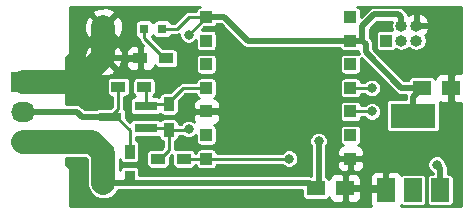
<source format=gtl>
G04 #@! TF.GenerationSoftware,KiCad,Pcbnew,no-vcs-found-885a4c1~58~ubuntu16.04.1*
G04 #@! TF.CreationDate,2017-07-09T23:46:33+02:00*
G04 #@! TF.ProjectId,esp03_ledbar,65737030335F6C65646261722E6B6963,rev?*
G04 #@! TF.SameCoordinates,Original
G04 #@! TF.FileFunction,Copper,L1,Top,Signal*
G04 #@! TF.FilePolarity,Positive*
%FSLAX46Y46*%
G04 Gerber Fmt 4.6, Leading zero omitted, Abs format (unit mm)*
G04 Created by KiCad (PCBNEW no-vcs-found-885a4c1~58~ubuntu16.04.1) date Sun Jul  9 23:46:33 2017*
%MOMM*%
%LPD*%
G01*
G04 APERTURE LIST*
%ADD10R,2.032000X1.727200*%
%ADD11O,2.032000X1.727200*%
%ADD12R,1.500000X1.250000*%
%ADD13R,1.900000X0.800000*%
%ADD14R,1.200000X0.900000*%
%ADD15R,0.900000X1.200000*%
%ADD16C,2.000000*%
%ADD17O,1.000000X1.000000*%
%ADD18R,1.000000X1.000000*%
%ADD19R,0.797560X0.797560*%
%ADD20R,1.500000X2.000000*%
%ADD21R,3.800000X2.000000*%
%ADD22C,0.800000*%
%ADD23C,0.500000*%
%ADD24C,2.000000*%
%ADD25C,0.250000*%
%ADD26C,0.254000*%
G04 APERTURE END LIST*
D10*
X122500000Y-121500000D03*
D11*
X122500000Y-124040000D03*
X122500000Y-126580000D03*
D12*
X156250000Y-122000000D03*
X158750000Y-122000000D03*
X147250000Y-130500000D03*
X149750000Y-130500000D03*
D13*
X132857500Y-125410000D03*
X132857500Y-123510000D03*
X129857500Y-124460000D03*
D14*
X134600000Y-119500000D03*
X132400000Y-119500000D03*
X133900000Y-128000000D03*
X136100000Y-128000000D03*
D15*
X134810000Y-125560000D03*
X134810000Y-123360000D03*
D14*
X132735000Y-121920000D03*
X130535000Y-121920000D03*
D15*
X131500000Y-129600000D03*
X131500000Y-127400000D03*
D16*
X129286000Y-119380000D03*
X129286000Y-116840000D03*
X129286000Y-130048000D03*
X129286000Y-127508000D03*
D17*
X155770000Y-116730000D03*
X155770000Y-118000000D03*
X154500000Y-116730000D03*
X154500000Y-118000000D03*
D18*
X153230000Y-118000000D03*
D19*
X132750700Y-117000000D03*
X134249300Y-117000000D03*
D18*
X138000000Y-128000000D03*
X138000000Y-126000000D03*
X138000000Y-124000000D03*
X138000000Y-122000000D03*
X138000000Y-120000000D03*
X138000000Y-118000000D03*
X138000000Y-116000000D03*
X150200000Y-128000000D03*
X150200000Y-126000000D03*
X150200000Y-124000000D03*
X150200000Y-122000000D03*
X150200000Y-120000000D03*
X150200000Y-118000000D03*
X150200000Y-116000000D03*
D20*
X153200000Y-130650000D03*
X157800000Y-130650000D03*
X155500000Y-130650000D03*
D21*
X155500000Y-124350000D03*
D22*
X159000000Y-120500000D03*
X148500000Y-128000000D03*
X139500000Y-124000000D03*
X147500000Y-126500000D03*
X157500000Y-128500000D03*
X136500000Y-117500000D03*
X136500000Y-125500000D03*
X145000000Y-128000000D03*
X152000000Y-124000000D03*
X152000000Y-122000000D03*
D23*
X158750000Y-122000000D02*
X158750000Y-120750000D01*
X158750000Y-120750000D02*
X159000000Y-120500000D01*
X150200000Y-128000000D02*
X148500000Y-128000000D01*
X138000000Y-124000000D02*
X139500000Y-124000000D01*
X132400000Y-119500000D02*
X129406000Y-119500000D01*
X129406000Y-119500000D02*
X129286000Y-119380000D01*
X150200000Y-128000000D02*
X152400000Y-128000000D01*
X152400000Y-128000000D02*
X153200000Y-128800000D01*
X149750000Y-130500000D02*
X153050000Y-130500000D01*
X153050000Y-130500000D02*
X153200000Y-130650000D01*
X154000000Y-128000000D02*
X153200000Y-128800000D01*
X153200000Y-128800000D02*
X153200000Y-130650000D01*
X155600000Y-128000000D02*
X154000000Y-128000000D01*
X158750000Y-125750000D02*
X157850000Y-125750000D01*
X157850000Y-125750000D02*
X155600000Y-128000000D01*
X158750000Y-122000000D02*
X158750000Y-125750000D01*
D24*
X122500000Y-121500000D02*
X127166000Y-121500000D01*
X127166000Y-121500000D02*
X129286000Y-119380000D01*
X129286000Y-119380000D02*
X129286000Y-116840000D01*
D23*
X147500000Y-126500000D02*
X147500000Y-130250000D01*
X147500000Y-130250000D02*
X147250000Y-130500000D01*
X157800000Y-130650000D02*
X157800000Y-128800000D01*
X157800000Y-128800000D02*
X157500000Y-128500000D01*
X129286000Y-130048000D02*
X131052000Y-130048000D01*
X131052000Y-130048000D02*
X131500000Y-129600000D01*
X129286000Y-130048000D02*
X146798000Y-130048000D01*
X146798000Y-130048000D02*
X147250000Y-130500000D01*
D24*
X122500000Y-126580000D02*
X128358000Y-126580000D01*
X128358000Y-126580000D02*
X129286000Y-127508000D01*
X129286000Y-127508000D02*
X129286000Y-130048000D01*
D25*
X136500000Y-117500000D02*
X138000000Y-116000000D01*
X134810000Y-125560000D02*
X136440000Y-125560000D01*
X136440000Y-125560000D02*
X136500000Y-125500000D01*
X136500000Y-116000000D02*
X135500000Y-117000000D01*
X135500000Y-117000000D02*
X134249300Y-117000000D01*
X138000000Y-116000000D02*
X136500000Y-116000000D01*
D23*
X141500000Y-118000000D02*
X139500000Y-116000000D01*
X139500000Y-116000000D02*
X138000000Y-116000000D01*
X150200000Y-118000000D02*
X141500000Y-118000000D01*
D25*
X133900000Y-128000000D02*
X134050000Y-128000000D01*
X134050000Y-128000000D02*
X134810000Y-127240000D01*
X134810000Y-127240000D02*
X134810000Y-126410000D01*
X134810000Y-126410000D02*
X134810000Y-125560000D01*
D23*
X151200000Y-116800000D02*
X152220001Y-115779999D01*
X154257105Y-115779999D02*
X154500000Y-116022894D01*
X152220001Y-115779999D02*
X154257105Y-115779999D01*
X154500000Y-116022894D02*
X154500000Y-116730000D01*
X151200000Y-118000000D02*
X151200000Y-116800000D01*
X151500000Y-119000000D02*
X151500000Y-118300000D01*
X151500000Y-118300000D02*
X151200000Y-118000000D01*
X151200000Y-118000000D02*
X150200000Y-118000000D01*
X154500000Y-122000000D02*
X151500000Y-119000000D01*
X156250000Y-122000000D02*
X154500000Y-122000000D01*
X155500000Y-124350000D02*
X155500000Y-122750000D01*
X155500000Y-122750000D02*
X156250000Y-122000000D01*
D25*
X132858640Y-125410000D02*
X134660000Y-125410000D01*
X134660000Y-125410000D02*
X134810000Y-125560000D01*
X138750000Y-128000000D02*
X145000000Y-128000000D01*
X138000000Y-128000000D02*
X138750000Y-128000000D01*
X138000000Y-128000000D02*
X136100000Y-128000000D01*
X150200000Y-124000000D02*
X152000000Y-124000000D01*
X150200000Y-122000000D02*
X152000000Y-122000000D01*
D23*
X127040000Y-124040000D02*
X127460000Y-124460000D01*
X127460000Y-124460000D02*
X129856360Y-124460000D01*
X122500000Y-124040000D02*
X127040000Y-124040000D01*
D25*
X131500000Y-127400000D02*
X131500000Y-125603260D01*
X131500000Y-125603260D02*
X130356740Y-124460000D01*
X130356740Y-124460000D02*
X129856360Y-124460000D01*
X130535000Y-121920000D02*
X130535000Y-123781360D01*
X130535000Y-123781360D02*
X129856360Y-124460000D01*
X132858640Y-123510000D02*
X132858640Y-122043640D01*
X132858640Y-122043640D02*
X132735000Y-121920000D01*
X134810000Y-123360000D02*
X133008640Y-123360000D01*
X133008640Y-123360000D02*
X132858640Y-123510000D01*
X138000000Y-122000000D02*
X136020000Y-122000000D01*
X136020000Y-122000000D02*
X134810000Y-123210000D01*
X134810000Y-123210000D02*
X134810000Y-123360000D01*
X132750700Y-117000000D02*
X132750700Y-117800700D01*
X132750700Y-117800700D02*
X134450000Y-119500000D01*
X134450000Y-119500000D02*
X134600000Y-119500000D01*
D26*
G36*
X137351341Y-115141106D02*
X137225314Y-115225314D01*
X137141106Y-115351341D01*
X137112729Y-115494000D01*
X136500000Y-115494000D01*
X136306362Y-115532517D01*
X136240223Y-115576710D01*
X136142204Y-115642204D01*
X135290408Y-116494000D01*
X135015217Y-116494000D01*
X135006974Y-116452561D01*
X134922766Y-116326534D01*
X134796739Y-116242326D01*
X134648080Y-116212756D01*
X133850520Y-116212756D01*
X133701861Y-116242326D01*
X133575834Y-116326534D01*
X133500000Y-116440028D01*
X133424166Y-116326534D01*
X133298139Y-116242326D01*
X133149480Y-116212756D01*
X132351920Y-116212756D01*
X132203261Y-116242326D01*
X132077234Y-116326534D01*
X131993026Y-116452561D01*
X131963456Y-116601220D01*
X131963456Y-117398780D01*
X131993026Y-117547439D01*
X132077234Y-117673466D01*
X132203261Y-117757674D01*
X132244700Y-117765917D01*
X132244700Y-117800700D01*
X132283217Y-117994338D01*
X132392904Y-118158496D01*
X132667579Y-118433171D01*
X132527000Y-118573750D01*
X132527000Y-119373000D01*
X132547000Y-119373000D01*
X132547000Y-119627000D01*
X132527000Y-119627000D01*
X132527000Y-120426250D01*
X132685750Y-120585000D01*
X133126309Y-120585000D01*
X133359698Y-120488327D01*
X133538327Y-120309699D01*
X133635000Y-120076310D01*
X133635000Y-120067962D01*
X133641106Y-120098659D01*
X133725314Y-120224686D01*
X133851341Y-120308894D01*
X134000000Y-120338464D01*
X135200000Y-120338464D01*
X135348659Y-120308894D01*
X135474686Y-120224686D01*
X135558894Y-120098659D01*
X135588464Y-119950000D01*
X135588464Y-119500000D01*
X137111536Y-119500000D01*
X137111536Y-120500000D01*
X137141106Y-120648659D01*
X137225314Y-120774686D01*
X137351341Y-120858894D01*
X137500000Y-120888464D01*
X138500000Y-120888464D01*
X138648659Y-120858894D01*
X138774686Y-120774686D01*
X138858894Y-120648659D01*
X138888464Y-120500000D01*
X138888464Y-119500000D01*
X138858894Y-119351341D01*
X138774686Y-119225314D01*
X138648659Y-119141106D01*
X138500000Y-119111536D01*
X137500000Y-119111536D01*
X137351341Y-119141106D01*
X137225314Y-119225314D01*
X137141106Y-119351341D01*
X137111536Y-119500000D01*
X135588464Y-119500000D01*
X135588464Y-119050000D01*
X135558894Y-118901341D01*
X135474686Y-118775314D01*
X135348659Y-118691106D01*
X135200000Y-118661536D01*
X134327128Y-118661536D01*
X133373147Y-117707555D01*
X133424166Y-117673466D01*
X133500000Y-117559972D01*
X133575834Y-117673466D01*
X133701861Y-117757674D01*
X133850520Y-117787244D01*
X134648080Y-117787244D01*
X134796739Y-117757674D01*
X134922766Y-117673466D01*
X135006974Y-117547439D01*
X135015217Y-117506000D01*
X135500000Y-117506000D01*
X135693638Y-117467483D01*
X135719043Y-117450508D01*
X135718864Y-117654669D01*
X135837514Y-117941823D01*
X136057021Y-118161714D01*
X136343968Y-118280864D01*
X136654669Y-118281136D01*
X136941823Y-118162486D01*
X137111536Y-117993069D01*
X137111536Y-118500000D01*
X137141106Y-118648659D01*
X137225314Y-118774686D01*
X137351341Y-118858894D01*
X137500000Y-118888464D01*
X138500000Y-118888464D01*
X138648659Y-118858894D01*
X138774686Y-118774686D01*
X138858894Y-118648659D01*
X138888464Y-118500000D01*
X138888464Y-117500000D01*
X138858894Y-117351341D01*
X138774686Y-117225314D01*
X138648659Y-117141106D01*
X138500000Y-117111536D01*
X137604056Y-117111536D01*
X137827128Y-116888464D01*
X138500000Y-116888464D01*
X138648659Y-116858894D01*
X138774686Y-116774686D01*
X138858894Y-116648659D01*
X138862407Y-116631000D01*
X139238632Y-116631000D01*
X141053816Y-118446184D01*
X141258526Y-118582968D01*
X141298589Y-118590937D01*
X141500000Y-118631000D01*
X149337593Y-118631000D01*
X149341106Y-118648659D01*
X149425314Y-118774686D01*
X149551341Y-118858894D01*
X149700000Y-118888464D01*
X150700000Y-118888464D01*
X150848659Y-118858894D01*
X150869000Y-118845303D01*
X150869000Y-119000000D01*
X150903711Y-119174504D01*
X150904488Y-119178410D01*
X150848659Y-119141106D01*
X150700000Y-119111536D01*
X149700000Y-119111536D01*
X149551341Y-119141106D01*
X149425314Y-119225314D01*
X149341106Y-119351341D01*
X149311536Y-119500000D01*
X149311536Y-120500000D01*
X149341106Y-120648659D01*
X149425314Y-120774686D01*
X149551341Y-120858894D01*
X149700000Y-120888464D01*
X150700000Y-120888464D01*
X150848659Y-120858894D01*
X150974686Y-120774686D01*
X151058894Y-120648659D01*
X151088464Y-120500000D01*
X151088464Y-119500000D01*
X151083705Y-119476073D01*
X154053816Y-122446185D01*
X154208648Y-122549640D01*
X154258527Y-122582968D01*
X154500000Y-122631000D01*
X154892671Y-122631000D01*
X154869000Y-122750000D01*
X154869000Y-122961536D01*
X153600000Y-122961536D01*
X153451341Y-122991106D01*
X153325314Y-123075314D01*
X153241106Y-123201341D01*
X153211536Y-123350000D01*
X153211536Y-125350000D01*
X153241106Y-125498659D01*
X153325314Y-125624686D01*
X153451341Y-125708894D01*
X153600000Y-125738464D01*
X157400000Y-125738464D01*
X157548659Y-125708894D01*
X157674686Y-125624686D01*
X157758894Y-125498659D01*
X157788464Y-125350000D01*
X157788464Y-123350000D01*
X157761302Y-123213447D01*
X157873691Y-123260000D01*
X158464250Y-123260000D01*
X158623000Y-123101250D01*
X158623000Y-122127000D01*
X158603000Y-122127000D01*
X158603000Y-121873000D01*
X158623000Y-121873000D01*
X158623000Y-120898750D01*
X158464250Y-120740000D01*
X157873691Y-120740000D01*
X157640302Y-120836673D01*
X157461673Y-121015301D01*
X157365000Y-121248690D01*
X157365000Y-121257038D01*
X157358894Y-121226341D01*
X157274686Y-121100314D01*
X157148659Y-121016106D01*
X157000000Y-120986536D01*
X155500000Y-120986536D01*
X155351341Y-121016106D01*
X155225314Y-121100314D01*
X155141106Y-121226341D01*
X155112729Y-121369000D01*
X154761369Y-121369000D01*
X152131000Y-118738632D01*
X152131000Y-118300000D01*
X152082968Y-118058527D01*
X151946184Y-117853816D01*
X151831000Y-117738632D01*
X151831000Y-117061368D01*
X152481370Y-116410999D01*
X153679020Y-116410999D01*
X153619000Y-116712740D01*
X153619000Y-116747260D01*
X153686062Y-117084404D01*
X153704191Y-117111536D01*
X152730000Y-117111536D01*
X152581341Y-117141106D01*
X152455314Y-117225314D01*
X152371106Y-117351341D01*
X152341536Y-117500000D01*
X152341536Y-118500000D01*
X152371106Y-118648659D01*
X152455314Y-118774686D01*
X152581341Y-118858894D01*
X152730000Y-118888464D01*
X153730000Y-118888464D01*
X153878659Y-118858894D01*
X154004686Y-118774686D01*
X154027401Y-118740690D01*
X154162856Y-118831198D01*
X154500000Y-118898260D01*
X154837144Y-118831198D01*
X155122961Y-118640221D01*
X155135000Y-118622203D01*
X155147039Y-118640221D01*
X155432856Y-118831198D01*
X155770000Y-118898260D01*
X156107144Y-118831198D01*
X156392961Y-118640221D01*
X156583938Y-118354404D01*
X156651000Y-118017260D01*
X156651000Y-117982740D01*
X156583938Y-117645596D01*
X156521377Y-117551967D01*
X156665323Y-117427604D01*
X156864132Y-117031877D01*
X156739135Y-116857000D01*
X155897000Y-116857000D01*
X155897000Y-116877000D01*
X155643000Y-116877000D01*
X155643000Y-116857000D01*
X155623000Y-116857000D01*
X155623000Y-116603000D01*
X155643000Y-116603000D01*
X155643000Y-115762046D01*
X155897000Y-115762046D01*
X155897000Y-116603000D01*
X156739135Y-116603000D01*
X156864132Y-116428123D01*
X156665323Y-116032396D01*
X156330209Y-115742873D01*
X156071874Y-115635881D01*
X155897000Y-115762046D01*
X155643000Y-115762046D01*
X155468126Y-115635881D01*
X155209791Y-115742873D01*
X155095023Y-115842027D01*
X155082968Y-115781421D01*
X155082968Y-115781420D01*
X154946184Y-115576709D01*
X154703289Y-115333815D01*
X154498578Y-115197031D01*
X154257105Y-115148999D01*
X152220001Y-115148999D01*
X152024900Y-115187807D01*
X151978527Y-115197031D01*
X151773816Y-115333815D01*
X151088464Y-116019168D01*
X151088464Y-115500000D01*
X151058894Y-115351341D01*
X150974686Y-115225314D01*
X150848659Y-115141106D01*
X150777743Y-115127000D01*
X159544000Y-115127000D01*
X159544000Y-120740000D01*
X159035750Y-120740000D01*
X158877000Y-120898750D01*
X158877000Y-121873000D01*
X158897000Y-121873000D01*
X158897000Y-122127000D01*
X158877000Y-122127000D01*
X158877000Y-123101250D01*
X159035750Y-123260000D01*
X159544000Y-123260000D01*
X159544000Y-131955089D01*
X159532398Y-132013418D01*
X159524796Y-132024796D01*
X159513418Y-132032398D01*
X159455089Y-132044000D01*
X154454025Y-132044000D01*
X154488327Y-132009698D01*
X154513086Y-131949924D01*
X154601341Y-132008894D01*
X154750000Y-132038464D01*
X156250000Y-132038464D01*
X156398659Y-132008894D01*
X156524686Y-131924686D01*
X156608894Y-131798659D01*
X156638464Y-131650000D01*
X156638464Y-129650000D01*
X156661536Y-129650000D01*
X156661536Y-131650000D01*
X156691106Y-131798659D01*
X156775314Y-131924686D01*
X156901341Y-132008894D01*
X157050000Y-132038464D01*
X158550000Y-132038464D01*
X158698659Y-132008894D01*
X158824686Y-131924686D01*
X158908894Y-131798659D01*
X158938464Y-131650000D01*
X158938464Y-129650000D01*
X158908894Y-129501341D01*
X158824686Y-129375314D01*
X158698659Y-129291106D01*
X158550000Y-129261536D01*
X158431000Y-129261536D01*
X158431000Y-128800000D01*
X158382968Y-128558527D01*
X158281083Y-128406046D01*
X158281136Y-128345331D01*
X158162486Y-128058177D01*
X157942979Y-127838286D01*
X157656032Y-127719136D01*
X157345331Y-127718864D01*
X157058177Y-127837514D01*
X156838286Y-128057021D01*
X156719136Y-128343968D01*
X156718864Y-128654669D01*
X156837514Y-128941823D01*
X157057021Y-129161714D01*
X157169000Y-129208211D01*
X157169000Y-129261536D01*
X157050000Y-129261536D01*
X156901341Y-129291106D01*
X156775314Y-129375314D01*
X156691106Y-129501341D01*
X156661536Y-129650000D01*
X156638464Y-129650000D01*
X156608894Y-129501341D01*
X156524686Y-129375314D01*
X156398659Y-129291106D01*
X156250000Y-129261536D01*
X154750000Y-129261536D01*
X154601341Y-129291106D01*
X154513086Y-129350076D01*
X154488327Y-129290302D01*
X154309699Y-129111673D01*
X154076310Y-129015000D01*
X153485750Y-129015000D01*
X153327000Y-129173750D01*
X153327000Y-130523000D01*
X153347000Y-130523000D01*
X153347000Y-130777000D01*
X153327000Y-130777000D01*
X153327000Y-130797000D01*
X153073000Y-130797000D01*
X153073000Y-130777000D01*
X151973750Y-130777000D01*
X151815000Y-130935750D01*
X151815000Y-131776309D01*
X151911673Y-132009698D01*
X151945975Y-132044000D01*
X126544911Y-132044000D01*
X126486582Y-132032398D01*
X126475204Y-132024796D01*
X126467602Y-132013418D01*
X126456000Y-131955089D01*
X126456000Y-129000000D01*
X126421289Y-128825496D01*
X126322441Y-128677559D01*
X126174504Y-128578711D01*
X126127000Y-128569262D01*
X126127000Y-127961000D01*
X127785972Y-127961000D01*
X127905000Y-128080029D01*
X127905000Y-130047940D01*
X127904761Y-130321493D01*
X128114563Y-130829251D01*
X128502705Y-131218072D01*
X128757513Y-131323877D01*
X128757514Y-131323878D01*
X128757516Y-131323878D01*
X129010097Y-131428759D01*
X129559493Y-131429239D01*
X129814485Y-131323878D01*
X129814486Y-131323878D01*
X129814487Y-131323877D01*
X130067251Y-131219437D01*
X130456072Y-130831295D01*
X130519310Y-130679000D01*
X146111536Y-130679000D01*
X146111536Y-131125000D01*
X146141106Y-131273659D01*
X146225314Y-131399686D01*
X146351341Y-131483894D01*
X146500000Y-131513464D01*
X148000000Y-131513464D01*
X148148659Y-131483894D01*
X148274686Y-131399686D01*
X148358894Y-131273659D01*
X148365000Y-131242962D01*
X148365000Y-131251310D01*
X148461673Y-131484699D01*
X148640302Y-131663327D01*
X148873691Y-131760000D01*
X149464250Y-131760000D01*
X149623000Y-131601250D01*
X149623000Y-130627000D01*
X149877000Y-130627000D01*
X149877000Y-131601250D01*
X150035750Y-131760000D01*
X150626309Y-131760000D01*
X150859698Y-131663327D01*
X151038327Y-131484699D01*
X151135000Y-131251310D01*
X151135000Y-130785750D01*
X150976250Y-130627000D01*
X149877000Y-130627000D01*
X149623000Y-130627000D01*
X149603000Y-130627000D01*
X149603000Y-130373000D01*
X149623000Y-130373000D01*
X149623000Y-129398750D01*
X149877000Y-129398750D01*
X149877000Y-130373000D01*
X150976250Y-130373000D01*
X151135000Y-130214250D01*
X151135000Y-129748690D01*
X151041803Y-129523691D01*
X151815000Y-129523691D01*
X151815000Y-130364250D01*
X151973750Y-130523000D01*
X153073000Y-130523000D01*
X153073000Y-129173750D01*
X152914250Y-129015000D01*
X152323690Y-129015000D01*
X152090301Y-129111673D01*
X151911673Y-129290302D01*
X151815000Y-129523691D01*
X151041803Y-129523691D01*
X151038327Y-129515301D01*
X150859698Y-129336673D01*
X150626309Y-129240000D01*
X150035750Y-129240000D01*
X149877000Y-129398750D01*
X149623000Y-129398750D01*
X149464250Y-129240000D01*
X148873691Y-129240000D01*
X148640302Y-129336673D01*
X148461673Y-129515301D01*
X148365000Y-129748690D01*
X148365000Y-129757038D01*
X148358894Y-129726341D01*
X148274686Y-129600314D01*
X148148659Y-129516106D01*
X148131000Y-129512593D01*
X148131000Y-128285750D01*
X149065000Y-128285750D01*
X149065000Y-128626310D01*
X149161673Y-128859699D01*
X149340302Y-129038327D01*
X149573691Y-129135000D01*
X149914250Y-129135000D01*
X150073000Y-128976250D01*
X150073000Y-128127000D01*
X150327000Y-128127000D01*
X150327000Y-128976250D01*
X150485750Y-129135000D01*
X150826309Y-129135000D01*
X151059698Y-129038327D01*
X151238327Y-128859699D01*
X151335000Y-128626310D01*
X151335000Y-128285750D01*
X151176250Y-128127000D01*
X150327000Y-128127000D01*
X150073000Y-128127000D01*
X149223750Y-128127000D01*
X149065000Y-128285750D01*
X148131000Y-128285750D01*
X148131000Y-127373690D01*
X149065000Y-127373690D01*
X149065000Y-127714250D01*
X149223750Y-127873000D01*
X150073000Y-127873000D01*
X150073000Y-127853000D01*
X150327000Y-127853000D01*
X150327000Y-127873000D01*
X151176250Y-127873000D01*
X151335000Y-127714250D01*
X151335000Y-127373690D01*
X151238327Y-127140301D01*
X151059698Y-126961673D01*
X150826309Y-126865000D01*
X150817962Y-126865000D01*
X150848659Y-126858894D01*
X150974686Y-126774686D01*
X151058894Y-126648659D01*
X151088464Y-126500000D01*
X151088464Y-125500000D01*
X151058894Y-125351341D01*
X150974686Y-125225314D01*
X150848659Y-125141106D01*
X150700000Y-125111536D01*
X149700000Y-125111536D01*
X149551341Y-125141106D01*
X149425314Y-125225314D01*
X149341106Y-125351341D01*
X149311536Y-125500000D01*
X149311536Y-126500000D01*
X149341106Y-126648659D01*
X149425314Y-126774686D01*
X149551341Y-126858894D01*
X149582038Y-126865000D01*
X149573691Y-126865000D01*
X149340302Y-126961673D01*
X149161673Y-127140301D01*
X149065000Y-127373690D01*
X148131000Y-127373690D01*
X148131000Y-126973639D01*
X148161714Y-126942979D01*
X148280864Y-126656032D01*
X148281136Y-126345331D01*
X148162486Y-126058177D01*
X147942979Y-125838286D01*
X147656032Y-125719136D01*
X147345331Y-125718864D01*
X147058177Y-125837514D01*
X146838286Y-126057021D01*
X146719136Y-126343968D01*
X146718864Y-126654669D01*
X146837514Y-126941823D01*
X146869000Y-126973364D01*
X146869000Y-129431123D01*
X146798000Y-129417000D01*
X132338464Y-129417000D01*
X132338464Y-129000000D01*
X132308894Y-128851341D01*
X132224686Y-128725314D01*
X132098659Y-128641106D01*
X131950000Y-128611536D01*
X131050000Y-128611536D01*
X130901341Y-128641106D01*
X130775314Y-128725314D01*
X130691106Y-128851341D01*
X130667000Y-128972531D01*
X130667000Y-128027469D01*
X130691106Y-128148659D01*
X130775314Y-128274686D01*
X130901341Y-128358894D01*
X131050000Y-128388464D01*
X131950000Y-128388464D01*
X132098659Y-128358894D01*
X132224686Y-128274686D01*
X132308894Y-128148659D01*
X132338464Y-128000000D01*
X132338464Y-126800000D01*
X132308894Y-126651341D01*
X132224686Y-126525314D01*
X132098659Y-126441106D01*
X132006000Y-126422675D01*
X132006000Y-126198464D01*
X133807500Y-126198464D01*
X133956159Y-126168894D01*
X133971536Y-126158619D01*
X133971536Y-126160000D01*
X134001106Y-126308659D01*
X134085314Y-126434686D01*
X134211341Y-126518894D01*
X134304000Y-126537325D01*
X134304000Y-127030408D01*
X134172872Y-127161536D01*
X133300000Y-127161536D01*
X133151341Y-127191106D01*
X133025314Y-127275314D01*
X132941106Y-127401341D01*
X132911536Y-127550000D01*
X132911536Y-128450000D01*
X132941106Y-128598659D01*
X133025314Y-128724686D01*
X133151341Y-128808894D01*
X133300000Y-128838464D01*
X134500000Y-128838464D01*
X134648659Y-128808894D01*
X134774686Y-128724686D01*
X134858894Y-128598659D01*
X134888464Y-128450000D01*
X134888464Y-127877128D01*
X135111536Y-127654056D01*
X135111536Y-128450000D01*
X135141106Y-128598659D01*
X135225314Y-128724686D01*
X135351341Y-128808894D01*
X135500000Y-128838464D01*
X136700000Y-128838464D01*
X136848659Y-128808894D01*
X136974686Y-128724686D01*
X137058894Y-128598659D01*
X137077325Y-128506000D01*
X137112729Y-128506000D01*
X137141106Y-128648659D01*
X137225314Y-128774686D01*
X137351341Y-128858894D01*
X137500000Y-128888464D01*
X138500000Y-128888464D01*
X138648659Y-128858894D01*
X138774686Y-128774686D01*
X138858894Y-128648659D01*
X138887271Y-128506000D01*
X144401579Y-128506000D01*
X144557021Y-128661714D01*
X144843968Y-128780864D01*
X145154669Y-128781136D01*
X145441823Y-128662486D01*
X145661714Y-128442979D01*
X145780864Y-128156032D01*
X145781136Y-127845331D01*
X145662486Y-127558177D01*
X145442979Y-127338286D01*
X145156032Y-127219136D01*
X144845331Y-127218864D01*
X144558177Y-127337514D01*
X144401417Y-127494000D01*
X138887271Y-127494000D01*
X138858894Y-127351341D01*
X138774686Y-127225314D01*
X138648659Y-127141106D01*
X138500000Y-127111536D01*
X137500000Y-127111536D01*
X137351341Y-127141106D01*
X137225314Y-127225314D01*
X137141106Y-127351341D01*
X137112729Y-127494000D01*
X137077325Y-127494000D01*
X137058894Y-127401341D01*
X136974686Y-127275314D01*
X136848659Y-127191106D01*
X136700000Y-127161536D01*
X135500000Y-127161536D01*
X135351341Y-127191106D01*
X135316000Y-127214720D01*
X135316000Y-126537325D01*
X135408659Y-126518894D01*
X135534686Y-126434686D01*
X135618894Y-126308659D01*
X135648464Y-126160000D01*
X135648464Y-126066000D01*
X135961474Y-126066000D01*
X136057021Y-126161714D01*
X136343968Y-126280864D01*
X136654669Y-126281136D01*
X136941823Y-126162486D01*
X137111536Y-125993069D01*
X137111536Y-126500000D01*
X137141106Y-126648659D01*
X137225314Y-126774686D01*
X137351341Y-126858894D01*
X137500000Y-126888464D01*
X138500000Y-126888464D01*
X138648659Y-126858894D01*
X138774686Y-126774686D01*
X138858894Y-126648659D01*
X138888464Y-126500000D01*
X138888464Y-125500000D01*
X138858894Y-125351341D01*
X138774686Y-125225314D01*
X138648659Y-125141106D01*
X138617962Y-125135000D01*
X138626309Y-125135000D01*
X138859698Y-125038327D01*
X139038327Y-124859699D01*
X139135000Y-124626310D01*
X139135000Y-124285750D01*
X138976250Y-124127000D01*
X138127000Y-124127000D01*
X138127000Y-124147000D01*
X137873000Y-124147000D01*
X137873000Y-124127000D01*
X137023750Y-124127000D01*
X136865000Y-124285750D01*
X136865000Y-124626310D01*
X136959771Y-124855108D01*
X136942979Y-124838286D01*
X136656032Y-124719136D01*
X136345331Y-124718864D01*
X136058177Y-124837514D01*
X135841312Y-125054000D01*
X135648464Y-125054000D01*
X135648464Y-124960000D01*
X135618894Y-124811341D01*
X135534686Y-124685314D01*
X135408659Y-124601106D01*
X135260000Y-124571536D01*
X134360000Y-124571536D01*
X134211341Y-124601106D01*
X134085314Y-124685314D01*
X134061252Y-124721326D01*
X133956159Y-124651106D01*
X133807500Y-124621536D01*
X131907500Y-124621536D01*
X131758841Y-124651106D01*
X131632814Y-124735314D01*
X131548606Y-124861341D01*
X131536174Y-124923842D01*
X131195964Y-124583632D01*
X131195964Y-124060000D01*
X131166394Y-123911341D01*
X131082186Y-123785314D01*
X131041000Y-123757795D01*
X131041000Y-123110000D01*
X131519036Y-123110000D01*
X131519036Y-123910000D01*
X131548606Y-124058659D01*
X131632814Y-124184686D01*
X131758841Y-124268894D01*
X131907500Y-124298464D01*
X133807500Y-124298464D01*
X133956159Y-124268894D01*
X134061252Y-124198674D01*
X134085314Y-124234686D01*
X134211341Y-124318894D01*
X134360000Y-124348464D01*
X135260000Y-124348464D01*
X135408659Y-124318894D01*
X135534686Y-124234686D01*
X135618894Y-124108659D01*
X135648464Y-123960000D01*
X135648464Y-123087128D01*
X136229592Y-122506000D01*
X137112729Y-122506000D01*
X137141106Y-122648659D01*
X137225314Y-122774686D01*
X137351341Y-122858894D01*
X137382038Y-122865000D01*
X137373691Y-122865000D01*
X137140302Y-122961673D01*
X136961673Y-123140301D01*
X136865000Y-123373690D01*
X136865000Y-123714250D01*
X137023750Y-123873000D01*
X137873000Y-123873000D01*
X137873000Y-123853000D01*
X138127000Y-123853000D01*
X138127000Y-123873000D01*
X138976250Y-123873000D01*
X139135000Y-123714250D01*
X139135000Y-123500000D01*
X149311536Y-123500000D01*
X149311536Y-124500000D01*
X149341106Y-124648659D01*
X149425314Y-124774686D01*
X149551341Y-124858894D01*
X149700000Y-124888464D01*
X150700000Y-124888464D01*
X150848659Y-124858894D01*
X150974686Y-124774686D01*
X151058894Y-124648659D01*
X151087271Y-124506000D01*
X151401579Y-124506000D01*
X151557021Y-124661714D01*
X151843968Y-124780864D01*
X152154669Y-124781136D01*
X152441823Y-124662486D01*
X152661714Y-124442979D01*
X152780864Y-124156032D01*
X152781136Y-123845331D01*
X152662486Y-123558177D01*
X152442979Y-123338286D01*
X152156032Y-123219136D01*
X151845331Y-123218864D01*
X151558177Y-123337514D01*
X151401417Y-123494000D01*
X151087271Y-123494000D01*
X151058894Y-123351341D01*
X150974686Y-123225314D01*
X150848659Y-123141106D01*
X150700000Y-123111536D01*
X149700000Y-123111536D01*
X149551341Y-123141106D01*
X149425314Y-123225314D01*
X149341106Y-123351341D01*
X149311536Y-123500000D01*
X139135000Y-123500000D01*
X139135000Y-123373690D01*
X139038327Y-123140301D01*
X138859698Y-122961673D01*
X138626309Y-122865000D01*
X138617962Y-122865000D01*
X138648659Y-122858894D01*
X138774686Y-122774686D01*
X138858894Y-122648659D01*
X138888464Y-122500000D01*
X138888464Y-121500000D01*
X149311536Y-121500000D01*
X149311536Y-122500000D01*
X149341106Y-122648659D01*
X149425314Y-122774686D01*
X149551341Y-122858894D01*
X149700000Y-122888464D01*
X150700000Y-122888464D01*
X150848659Y-122858894D01*
X150974686Y-122774686D01*
X151058894Y-122648659D01*
X151087271Y-122506000D01*
X151401579Y-122506000D01*
X151557021Y-122661714D01*
X151843968Y-122780864D01*
X152154669Y-122781136D01*
X152441823Y-122662486D01*
X152661714Y-122442979D01*
X152780864Y-122156032D01*
X152781136Y-121845331D01*
X152662486Y-121558177D01*
X152442979Y-121338286D01*
X152156032Y-121219136D01*
X151845331Y-121218864D01*
X151558177Y-121337514D01*
X151401417Y-121494000D01*
X151087271Y-121494000D01*
X151058894Y-121351341D01*
X150974686Y-121225314D01*
X150848659Y-121141106D01*
X150700000Y-121111536D01*
X149700000Y-121111536D01*
X149551341Y-121141106D01*
X149425314Y-121225314D01*
X149341106Y-121351341D01*
X149311536Y-121500000D01*
X138888464Y-121500000D01*
X138858894Y-121351341D01*
X138774686Y-121225314D01*
X138648659Y-121141106D01*
X138500000Y-121111536D01*
X137500000Y-121111536D01*
X137351341Y-121141106D01*
X137225314Y-121225314D01*
X137141106Y-121351341D01*
X137112729Y-121494000D01*
X136020000Y-121494000D01*
X135826362Y-121532517D01*
X135662204Y-121642204D01*
X134932872Y-122371536D01*
X134360000Y-122371536D01*
X134211341Y-122401106D01*
X134085314Y-122485314D01*
X134001106Y-122611341D01*
X133971536Y-122760000D01*
X133971536Y-122761381D01*
X133956159Y-122751106D01*
X133807500Y-122721536D01*
X133494671Y-122721536D01*
X133609686Y-122644686D01*
X133693894Y-122518659D01*
X133723464Y-122370000D01*
X133723464Y-121470000D01*
X133693894Y-121321341D01*
X133609686Y-121195314D01*
X133483659Y-121111106D01*
X133335000Y-121081536D01*
X132135000Y-121081536D01*
X131986341Y-121111106D01*
X131860314Y-121195314D01*
X131776106Y-121321341D01*
X131746536Y-121470000D01*
X131746536Y-122370000D01*
X131776106Y-122518659D01*
X131860314Y-122644686D01*
X131975329Y-122721536D01*
X131907500Y-122721536D01*
X131758841Y-122751106D01*
X131632814Y-122835314D01*
X131548606Y-122961341D01*
X131519036Y-123110000D01*
X131041000Y-123110000D01*
X131041000Y-122758464D01*
X131135000Y-122758464D01*
X131283659Y-122728894D01*
X131409686Y-122644686D01*
X131493894Y-122518659D01*
X131523464Y-122370000D01*
X131523464Y-121470000D01*
X131493894Y-121321341D01*
X131409686Y-121195314D01*
X131283659Y-121111106D01*
X131135000Y-121081536D01*
X129935000Y-121081536D01*
X129786341Y-121111106D01*
X129660314Y-121195314D01*
X129576106Y-121321341D01*
X129546536Y-121470000D01*
X129546536Y-122370000D01*
X129576106Y-122518659D01*
X129660314Y-122644686D01*
X129786341Y-122728894D01*
X129935000Y-122758464D01*
X130029000Y-122758464D01*
X130029000Y-123571768D01*
X129929232Y-123671536D01*
X128907500Y-123671536D01*
X128758841Y-123701106D01*
X128632814Y-123785314D01*
X128603624Y-123829000D01*
X127721369Y-123829000D01*
X127486184Y-123593816D01*
X127281473Y-123457032D01*
X127040000Y-123409000D01*
X126127000Y-123409000D01*
X126127000Y-120532532D01*
X128313073Y-120532532D01*
X128411736Y-120799387D01*
X129021461Y-121025908D01*
X129671460Y-121001856D01*
X130160264Y-120799387D01*
X130258927Y-120532532D01*
X129286000Y-119559605D01*
X128313073Y-120532532D01*
X126127000Y-120532532D01*
X126127000Y-119430738D01*
X126174504Y-119421289D01*
X126322441Y-119322441D01*
X126421289Y-119174504D01*
X126433033Y-119115461D01*
X127640092Y-119115461D01*
X127664144Y-119765460D01*
X127866613Y-120254264D01*
X128133468Y-120352927D01*
X129106395Y-119380000D01*
X129465605Y-119380000D01*
X130438532Y-120352927D01*
X130705387Y-120254264D01*
X130879446Y-119785750D01*
X131165000Y-119785750D01*
X131165000Y-120076310D01*
X131261673Y-120309699D01*
X131440302Y-120488327D01*
X131673691Y-120585000D01*
X132114250Y-120585000D01*
X132273000Y-120426250D01*
X132273000Y-119627000D01*
X131323750Y-119627000D01*
X131165000Y-119785750D01*
X130879446Y-119785750D01*
X130931908Y-119644539D01*
X130907856Y-118994540D01*
X130878510Y-118923690D01*
X131165000Y-118923690D01*
X131165000Y-119214250D01*
X131323750Y-119373000D01*
X132273000Y-119373000D01*
X132273000Y-118573750D01*
X132114250Y-118415000D01*
X131673691Y-118415000D01*
X131440302Y-118511673D01*
X131261673Y-118690301D01*
X131165000Y-118923690D01*
X130878510Y-118923690D01*
X130705387Y-118505736D01*
X130438532Y-118407073D01*
X129465605Y-119380000D01*
X129106395Y-119380000D01*
X128133468Y-118407073D01*
X127866613Y-118505736D01*
X127640092Y-119115461D01*
X126433033Y-119115461D01*
X126456000Y-119000000D01*
X126456000Y-117992532D01*
X128313073Y-117992532D01*
X128356504Y-118110000D01*
X128313073Y-118227468D01*
X129286000Y-119200395D01*
X130258927Y-118227468D01*
X130215496Y-118110000D01*
X130258927Y-117992532D01*
X129286000Y-117019605D01*
X128313073Y-117992532D01*
X126456000Y-117992532D01*
X126456000Y-116575461D01*
X127640092Y-116575461D01*
X127664144Y-117225460D01*
X127866613Y-117714264D01*
X128133468Y-117812927D01*
X129106395Y-116840000D01*
X129465605Y-116840000D01*
X130438532Y-117812927D01*
X130705387Y-117714264D01*
X130931908Y-117104539D01*
X130907856Y-116454540D01*
X130705387Y-115965736D01*
X130438532Y-115867073D01*
X129465605Y-116840000D01*
X129106395Y-116840000D01*
X128133468Y-115867073D01*
X127866613Y-115965736D01*
X127640092Y-116575461D01*
X126456000Y-116575461D01*
X126456000Y-115687468D01*
X128313073Y-115687468D01*
X129286000Y-116660395D01*
X130258927Y-115687468D01*
X130160264Y-115420613D01*
X129550539Y-115194092D01*
X128900540Y-115218144D01*
X128411736Y-115420613D01*
X128313073Y-115687468D01*
X126456000Y-115687468D01*
X126456000Y-115127000D01*
X137422257Y-115127000D01*
X137351341Y-115141106D01*
X137351341Y-115141106D01*
G37*
X137351341Y-115141106D02*
X137225314Y-115225314D01*
X137141106Y-115351341D01*
X137112729Y-115494000D01*
X136500000Y-115494000D01*
X136306362Y-115532517D01*
X136240223Y-115576710D01*
X136142204Y-115642204D01*
X135290408Y-116494000D01*
X135015217Y-116494000D01*
X135006974Y-116452561D01*
X134922766Y-116326534D01*
X134796739Y-116242326D01*
X134648080Y-116212756D01*
X133850520Y-116212756D01*
X133701861Y-116242326D01*
X133575834Y-116326534D01*
X133500000Y-116440028D01*
X133424166Y-116326534D01*
X133298139Y-116242326D01*
X133149480Y-116212756D01*
X132351920Y-116212756D01*
X132203261Y-116242326D01*
X132077234Y-116326534D01*
X131993026Y-116452561D01*
X131963456Y-116601220D01*
X131963456Y-117398780D01*
X131993026Y-117547439D01*
X132077234Y-117673466D01*
X132203261Y-117757674D01*
X132244700Y-117765917D01*
X132244700Y-117800700D01*
X132283217Y-117994338D01*
X132392904Y-118158496D01*
X132667579Y-118433171D01*
X132527000Y-118573750D01*
X132527000Y-119373000D01*
X132547000Y-119373000D01*
X132547000Y-119627000D01*
X132527000Y-119627000D01*
X132527000Y-120426250D01*
X132685750Y-120585000D01*
X133126309Y-120585000D01*
X133359698Y-120488327D01*
X133538327Y-120309699D01*
X133635000Y-120076310D01*
X133635000Y-120067962D01*
X133641106Y-120098659D01*
X133725314Y-120224686D01*
X133851341Y-120308894D01*
X134000000Y-120338464D01*
X135200000Y-120338464D01*
X135348659Y-120308894D01*
X135474686Y-120224686D01*
X135558894Y-120098659D01*
X135588464Y-119950000D01*
X135588464Y-119500000D01*
X137111536Y-119500000D01*
X137111536Y-120500000D01*
X137141106Y-120648659D01*
X137225314Y-120774686D01*
X137351341Y-120858894D01*
X137500000Y-120888464D01*
X138500000Y-120888464D01*
X138648659Y-120858894D01*
X138774686Y-120774686D01*
X138858894Y-120648659D01*
X138888464Y-120500000D01*
X138888464Y-119500000D01*
X138858894Y-119351341D01*
X138774686Y-119225314D01*
X138648659Y-119141106D01*
X138500000Y-119111536D01*
X137500000Y-119111536D01*
X137351341Y-119141106D01*
X137225314Y-119225314D01*
X137141106Y-119351341D01*
X137111536Y-119500000D01*
X135588464Y-119500000D01*
X135588464Y-119050000D01*
X135558894Y-118901341D01*
X135474686Y-118775314D01*
X135348659Y-118691106D01*
X135200000Y-118661536D01*
X134327128Y-118661536D01*
X133373147Y-117707555D01*
X133424166Y-117673466D01*
X133500000Y-117559972D01*
X133575834Y-117673466D01*
X133701861Y-117757674D01*
X133850520Y-117787244D01*
X134648080Y-117787244D01*
X134796739Y-117757674D01*
X134922766Y-117673466D01*
X135006974Y-117547439D01*
X135015217Y-117506000D01*
X135500000Y-117506000D01*
X135693638Y-117467483D01*
X135719043Y-117450508D01*
X135718864Y-117654669D01*
X135837514Y-117941823D01*
X136057021Y-118161714D01*
X136343968Y-118280864D01*
X136654669Y-118281136D01*
X136941823Y-118162486D01*
X137111536Y-117993069D01*
X137111536Y-118500000D01*
X137141106Y-118648659D01*
X137225314Y-118774686D01*
X137351341Y-118858894D01*
X137500000Y-118888464D01*
X138500000Y-118888464D01*
X138648659Y-118858894D01*
X138774686Y-118774686D01*
X138858894Y-118648659D01*
X138888464Y-118500000D01*
X138888464Y-117500000D01*
X138858894Y-117351341D01*
X138774686Y-117225314D01*
X138648659Y-117141106D01*
X138500000Y-117111536D01*
X137604056Y-117111536D01*
X137827128Y-116888464D01*
X138500000Y-116888464D01*
X138648659Y-116858894D01*
X138774686Y-116774686D01*
X138858894Y-116648659D01*
X138862407Y-116631000D01*
X139238632Y-116631000D01*
X141053816Y-118446184D01*
X141258526Y-118582968D01*
X141298589Y-118590937D01*
X141500000Y-118631000D01*
X149337593Y-118631000D01*
X149341106Y-118648659D01*
X149425314Y-118774686D01*
X149551341Y-118858894D01*
X149700000Y-118888464D01*
X150700000Y-118888464D01*
X150848659Y-118858894D01*
X150869000Y-118845303D01*
X150869000Y-119000000D01*
X150903711Y-119174504D01*
X150904488Y-119178410D01*
X150848659Y-119141106D01*
X150700000Y-119111536D01*
X149700000Y-119111536D01*
X149551341Y-119141106D01*
X149425314Y-119225314D01*
X149341106Y-119351341D01*
X149311536Y-119500000D01*
X149311536Y-120500000D01*
X149341106Y-120648659D01*
X149425314Y-120774686D01*
X149551341Y-120858894D01*
X149700000Y-120888464D01*
X150700000Y-120888464D01*
X150848659Y-120858894D01*
X150974686Y-120774686D01*
X151058894Y-120648659D01*
X151088464Y-120500000D01*
X151088464Y-119500000D01*
X151083705Y-119476073D01*
X154053816Y-122446185D01*
X154208648Y-122549640D01*
X154258527Y-122582968D01*
X154500000Y-122631000D01*
X154892671Y-122631000D01*
X154869000Y-122750000D01*
X154869000Y-122961536D01*
X153600000Y-122961536D01*
X153451341Y-122991106D01*
X153325314Y-123075314D01*
X153241106Y-123201341D01*
X153211536Y-123350000D01*
X153211536Y-125350000D01*
X153241106Y-125498659D01*
X153325314Y-125624686D01*
X153451341Y-125708894D01*
X153600000Y-125738464D01*
X157400000Y-125738464D01*
X157548659Y-125708894D01*
X157674686Y-125624686D01*
X157758894Y-125498659D01*
X157788464Y-125350000D01*
X157788464Y-123350000D01*
X157761302Y-123213447D01*
X157873691Y-123260000D01*
X158464250Y-123260000D01*
X158623000Y-123101250D01*
X158623000Y-122127000D01*
X158603000Y-122127000D01*
X158603000Y-121873000D01*
X158623000Y-121873000D01*
X158623000Y-120898750D01*
X158464250Y-120740000D01*
X157873691Y-120740000D01*
X157640302Y-120836673D01*
X157461673Y-121015301D01*
X157365000Y-121248690D01*
X157365000Y-121257038D01*
X157358894Y-121226341D01*
X157274686Y-121100314D01*
X157148659Y-121016106D01*
X157000000Y-120986536D01*
X155500000Y-120986536D01*
X155351341Y-121016106D01*
X155225314Y-121100314D01*
X155141106Y-121226341D01*
X155112729Y-121369000D01*
X154761369Y-121369000D01*
X152131000Y-118738632D01*
X152131000Y-118300000D01*
X152082968Y-118058527D01*
X151946184Y-117853816D01*
X151831000Y-117738632D01*
X151831000Y-117061368D01*
X152481370Y-116410999D01*
X153679020Y-116410999D01*
X153619000Y-116712740D01*
X153619000Y-116747260D01*
X153686062Y-117084404D01*
X153704191Y-117111536D01*
X152730000Y-117111536D01*
X152581341Y-117141106D01*
X152455314Y-117225314D01*
X152371106Y-117351341D01*
X152341536Y-117500000D01*
X152341536Y-118500000D01*
X152371106Y-118648659D01*
X152455314Y-118774686D01*
X152581341Y-118858894D01*
X152730000Y-118888464D01*
X153730000Y-118888464D01*
X153878659Y-118858894D01*
X154004686Y-118774686D01*
X154027401Y-118740690D01*
X154162856Y-118831198D01*
X154500000Y-118898260D01*
X154837144Y-118831198D01*
X155122961Y-118640221D01*
X155135000Y-118622203D01*
X155147039Y-118640221D01*
X155432856Y-118831198D01*
X155770000Y-118898260D01*
X156107144Y-118831198D01*
X156392961Y-118640221D01*
X156583938Y-118354404D01*
X156651000Y-118017260D01*
X156651000Y-117982740D01*
X156583938Y-117645596D01*
X156521377Y-117551967D01*
X156665323Y-117427604D01*
X156864132Y-117031877D01*
X156739135Y-116857000D01*
X155897000Y-116857000D01*
X155897000Y-116877000D01*
X155643000Y-116877000D01*
X155643000Y-116857000D01*
X155623000Y-116857000D01*
X155623000Y-116603000D01*
X155643000Y-116603000D01*
X155643000Y-115762046D01*
X155897000Y-115762046D01*
X155897000Y-116603000D01*
X156739135Y-116603000D01*
X156864132Y-116428123D01*
X156665323Y-116032396D01*
X156330209Y-115742873D01*
X156071874Y-115635881D01*
X155897000Y-115762046D01*
X155643000Y-115762046D01*
X155468126Y-115635881D01*
X155209791Y-115742873D01*
X155095023Y-115842027D01*
X155082968Y-115781421D01*
X155082968Y-115781420D01*
X154946184Y-115576709D01*
X154703289Y-115333815D01*
X154498578Y-115197031D01*
X154257105Y-115148999D01*
X152220001Y-115148999D01*
X152024900Y-115187807D01*
X151978527Y-115197031D01*
X151773816Y-115333815D01*
X151088464Y-116019168D01*
X151088464Y-115500000D01*
X151058894Y-115351341D01*
X150974686Y-115225314D01*
X150848659Y-115141106D01*
X150777743Y-115127000D01*
X159544000Y-115127000D01*
X159544000Y-120740000D01*
X159035750Y-120740000D01*
X158877000Y-120898750D01*
X158877000Y-121873000D01*
X158897000Y-121873000D01*
X158897000Y-122127000D01*
X158877000Y-122127000D01*
X158877000Y-123101250D01*
X159035750Y-123260000D01*
X159544000Y-123260000D01*
X159544000Y-131955089D01*
X159532398Y-132013418D01*
X159524796Y-132024796D01*
X159513418Y-132032398D01*
X159455089Y-132044000D01*
X154454025Y-132044000D01*
X154488327Y-132009698D01*
X154513086Y-131949924D01*
X154601341Y-132008894D01*
X154750000Y-132038464D01*
X156250000Y-132038464D01*
X156398659Y-132008894D01*
X156524686Y-131924686D01*
X156608894Y-131798659D01*
X156638464Y-131650000D01*
X156638464Y-129650000D01*
X156661536Y-129650000D01*
X156661536Y-131650000D01*
X156691106Y-131798659D01*
X156775314Y-131924686D01*
X156901341Y-132008894D01*
X157050000Y-132038464D01*
X158550000Y-132038464D01*
X158698659Y-132008894D01*
X158824686Y-131924686D01*
X158908894Y-131798659D01*
X158938464Y-131650000D01*
X158938464Y-129650000D01*
X158908894Y-129501341D01*
X158824686Y-129375314D01*
X158698659Y-129291106D01*
X158550000Y-129261536D01*
X158431000Y-129261536D01*
X158431000Y-128800000D01*
X158382968Y-128558527D01*
X158281083Y-128406046D01*
X158281136Y-128345331D01*
X158162486Y-128058177D01*
X157942979Y-127838286D01*
X157656032Y-127719136D01*
X157345331Y-127718864D01*
X157058177Y-127837514D01*
X156838286Y-128057021D01*
X156719136Y-128343968D01*
X156718864Y-128654669D01*
X156837514Y-128941823D01*
X157057021Y-129161714D01*
X157169000Y-129208211D01*
X157169000Y-129261536D01*
X157050000Y-129261536D01*
X156901341Y-129291106D01*
X156775314Y-129375314D01*
X156691106Y-129501341D01*
X156661536Y-129650000D01*
X156638464Y-129650000D01*
X156608894Y-129501341D01*
X156524686Y-129375314D01*
X156398659Y-129291106D01*
X156250000Y-129261536D01*
X154750000Y-129261536D01*
X154601341Y-129291106D01*
X154513086Y-129350076D01*
X154488327Y-129290302D01*
X154309699Y-129111673D01*
X154076310Y-129015000D01*
X153485750Y-129015000D01*
X153327000Y-129173750D01*
X153327000Y-130523000D01*
X153347000Y-130523000D01*
X153347000Y-130777000D01*
X153327000Y-130777000D01*
X153327000Y-130797000D01*
X153073000Y-130797000D01*
X153073000Y-130777000D01*
X151973750Y-130777000D01*
X151815000Y-130935750D01*
X151815000Y-131776309D01*
X151911673Y-132009698D01*
X151945975Y-132044000D01*
X126544911Y-132044000D01*
X126486582Y-132032398D01*
X126475204Y-132024796D01*
X126467602Y-132013418D01*
X126456000Y-131955089D01*
X126456000Y-129000000D01*
X126421289Y-128825496D01*
X126322441Y-128677559D01*
X126174504Y-128578711D01*
X126127000Y-128569262D01*
X126127000Y-127961000D01*
X127785972Y-127961000D01*
X127905000Y-128080029D01*
X127905000Y-130047940D01*
X127904761Y-130321493D01*
X128114563Y-130829251D01*
X128502705Y-131218072D01*
X128757513Y-131323877D01*
X128757514Y-131323878D01*
X128757516Y-131323878D01*
X129010097Y-131428759D01*
X129559493Y-131429239D01*
X129814485Y-131323878D01*
X129814486Y-131323878D01*
X129814487Y-131323877D01*
X130067251Y-131219437D01*
X130456072Y-130831295D01*
X130519310Y-130679000D01*
X146111536Y-130679000D01*
X146111536Y-131125000D01*
X146141106Y-131273659D01*
X146225314Y-131399686D01*
X146351341Y-131483894D01*
X146500000Y-131513464D01*
X148000000Y-131513464D01*
X148148659Y-131483894D01*
X148274686Y-131399686D01*
X148358894Y-131273659D01*
X148365000Y-131242962D01*
X148365000Y-131251310D01*
X148461673Y-131484699D01*
X148640302Y-131663327D01*
X148873691Y-131760000D01*
X149464250Y-131760000D01*
X149623000Y-131601250D01*
X149623000Y-130627000D01*
X149877000Y-130627000D01*
X149877000Y-131601250D01*
X150035750Y-131760000D01*
X150626309Y-131760000D01*
X150859698Y-131663327D01*
X151038327Y-131484699D01*
X151135000Y-131251310D01*
X151135000Y-130785750D01*
X150976250Y-130627000D01*
X149877000Y-130627000D01*
X149623000Y-130627000D01*
X149603000Y-130627000D01*
X149603000Y-130373000D01*
X149623000Y-130373000D01*
X149623000Y-129398750D01*
X149877000Y-129398750D01*
X149877000Y-130373000D01*
X150976250Y-130373000D01*
X151135000Y-130214250D01*
X151135000Y-129748690D01*
X151041803Y-129523691D01*
X151815000Y-129523691D01*
X151815000Y-130364250D01*
X151973750Y-130523000D01*
X153073000Y-130523000D01*
X153073000Y-129173750D01*
X152914250Y-129015000D01*
X152323690Y-129015000D01*
X152090301Y-129111673D01*
X151911673Y-129290302D01*
X151815000Y-129523691D01*
X151041803Y-129523691D01*
X151038327Y-129515301D01*
X150859698Y-129336673D01*
X150626309Y-129240000D01*
X150035750Y-129240000D01*
X149877000Y-129398750D01*
X149623000Y-129398750D01*
X149464250Y-129240000D01*
X148873691Y-129240000D01*
X148640302Y-129336673D01*
X148461673Y-129515301D01*
X148365000Y-129748690D01*
X148365000Y-129757038D01*
X148358894Y-129726341D01*
X148274686Y-129600314D01*
X148148659Y-129516106D01*
X148131000Y-129512593D01*
X148131000Y-128285750D01*
X149065000Y-128285750D01*
X149065000Y-128626310D01*
X149161673Y-128859699D01*
X149340302Y-129038327D01*
X149573691Y-129135000D01*
X149914250Y-129135000D01*
X150073000Y-128976250D01*
X150073000Y-128127000D01*
X150327000Y-128127000D01*
X150327000Y-128976250D01*
X150485750Y-129135000D01*
X150826309Y-129135000D01*
X151059698Y-129038327D01*
X151238327Y-128859699D01*
X151335000Y-128626310D01*
X151335000Y-128285750D01*
X151176250Y-128127000D01*
X150327000Y-128127000D01*
X150073000Y-128127000D01*
X149223750Y-128127000D01*
X149065000Y-128285750D01*
X148131000Y-128285750D01*
X148131000Y-127373690D01*
X149065000Y-127373690D01*
X149065000Y-127714250D01*
X149223750Y-127873000D01*
X150073000Y-127873000D01*
X150073000Y-127853000D01*
X150327000Y-127853000D01*
X150327000Y-127873000D01*
X151176250Y-127873000D01*
X151335000Y-127714250D01*
X151335000Y-127373690D01*
X151238327Y-127140301D01*
X151059698Y-126961673D01*
X150826309Y-126865000D01*
X150817962Y-126865000D01*
X150848659Y-126858894D01*
X150974686Y-126774686D01*
X151058894Y-126648659D01*
X151088464Y-126500000D01*
X151088464Y-125500000D01*
X151058894Y-125351341D01*
X150974686Y-125225314D01*
X150848659Y-125141106D01*
X150700000Y-125111536D01*
X149700000Y-125111536D01*
X149551341Y-125141106D01*
X149425314Y-125225314D01*
X149341106Y-125351341D01*
X149311536Y-125500000D01*
X149311536Y-126500000D01*
X149341106Y-126648659D01*
X149425314Y-126774686D01*
X149551341Y-126858894D01*
X149582038Y-126865000D01*
X149573691Y-126865000D01*
X149340302Y-126961673D01*
X149161673Y-127140301D01*
X149065000Y-127373690D01*
X148131000Y-127373690D01*
X148131000Y-126973639D01*
X148161714Y-126942979D01*
X148280864Y-126656032D01*
X148281136Y-126345331D01*
X148162486Y-126058177D01*
X147942979Y-125838286D01*
X147656032Y-125719136D01*
X147345331Y-125718864D01*
X147058177Y-125837514D01*
X146838286Y-126057021D01*
X146719136Y-126343968D01*
X146718864Y-126654669D01*
X146837514Y-126941823D01*
X146869000Y-126973364D01*
X146869000Y-129431123D01*
X146798000Y-129417000D01*
X132338464Y-129417000D01*
X132338464Y-129000000D01*
X132308894Y-128851341D01*
X132224686Y-128725314D01*
X132098659Y-128641106D01*
X131950000Y-128611536D01*
X131050000Y-128611536D01*
X130901341Y-128641106D01*
X130775314Y-128725314D01*
X130691106Y-128851341D01*
X130667000Y-128972531D01*
X130667000Y-128027469D01*
X130691106Y-128148659D01*
X130775314Y-128274686D01*
X130901341Y-128358894D01*
X131050000Y-128388464D01*
X131950000Y-128388464D01*
X132098659Y-128358894D01*
X132224686Y-128274686D01*
X132308894Y-128148659D01*
X132338464Y-128000000D01*
X132338464Y-126800000D01*
X132308894Y-126651341D01*
X132224686Y-126525314D01*
X132098659Y-126441106D01*
X132006000Y-126422675D01*
X132006000Y-126198464D01*
X133807500Y-126198464D01*
X133956159Y-126168894D01*
X133971536Y-126158619D01*
X133971536Y-126160000D01*
X134001106Y-126308659D01*
X134085314Y-126434686D01*
X134211341Y-126518894D01*
X134304000Y-126537325D01*
X134304000Y-127030408D01*
X134172872Y-127161536D01*
X133300000Y-127161536D01*
X133151341Y-127191106D01*
X133025314Y-127275314D01*
X132941106Y-127401341D01*
X132911536Y-127550000D01*
X132911536Y-128450000D01*
X132941106Y-128598659D01*
X133025314Y-128724686D01*
X133151341Y-128808894D01*
X133300000Y-128838464D01*
X134500000Y-128838464D01*
X134648659Y-128808894D01*
X134774686Y-128724686D01*
X134858894Y-128598659D01*
X134888464Y-128450000D01*
X134888464Y-127877128D01*
X135111536Y-127654056D01*
X135111536Y-128450000D01*
X135141106Y-128598659D01*
X135225314Y-128724686D01*
X135351341Y-128808894D01*
X135500000Y-128838464D01*
X136700000Y-128838464D01*
X136848659Y-128808894D01*
X136974686Y-128724686D01*
X137058894Y-128598659D01*
X137077325Y-128506000D01*
X137112729Y-128506000D01*
X137141106Y-128648659D01*
X137225314Y-128774686D01*
X137351341Y-128858894D01*
X137500000Y-128888464D01*
X138500000Y-128888464D01*
X138648659Y-128858894D01*
X138774686Y-128774686D01*
X138858894Y-128648659D01*
X138887271Y-128506000D01*
X144401579Y-128506000D01*
X144557021Y-128661714D01*
X144843968Y-128780864D01*
X145154669Y-128781136D01*
X145441823Y-128662486D01*
X145661714Y-128442979D01*
X145780864Y-128156032D01*
X145781136Y-127845331D01*
X145662486Y-127558177D01*
X145442979Y-127338286D01*
X145156032Y-127219136D01*
X144845331Y-127218864D01*
X144558177Y-127337514D01*
X144401417Y-127494000D01*
X138887271Y-127494000D01*
X138858894Y-127351341D01*
X138774686Y-127225314D01*
X138648659Y-127141106D01*
X138500000Y-127111536D01*
X137500000Y-127111536D01*
X137351341Y-127141106D01*
X137225314Y-127225314D01*
X137141106Y-127351341D01*
X137112729Y-127494000D01*
X137077325Y-127494000D01*
X137058894Y-127401341D01*
X136974686Y-127275314D01*
X136848659Y-127191106D01*
X136700000Y-127161536D01*
X135500000Y-127161536D01*
X135351341Y-127191106D01*
X135316000Y-127214720D01*
X135316000Y-126537325D01*
X135408659Y-126518894D01*
X135534686Y-126434686D01*
X135618894Y-126308659D01*
X135648464Y-126160000D01*
X135648464Y-126066000D01*
X135961474Y-126066000D01*
X136057021Y-126161714D01*
X136343968Y-126280864D01*
X136654669Y-126281136D01*
X136941823Y-126162486D01*
X137111536Y-125993069D01*
X137111536Y-126500000D01*
X137141106Y-126648659D01*
X137225314Y-126774686D01*
X137351341Y-126858894D01*
X137500000Y-126888464D01*
X138500000Y-126888464D01*
X138648659Y-126858894D01*
X138774686Y-126774686D01*
X138858894Y-126648659D01*
X138888464Y-126500000D01*
X138888464Y-125500000D01*
X138858894Y-125351341D01*
X138774686Y-125225314D01*
X138648659Y-125141106D01*
X138617962Y-125135000D01*
X138626309Y-125135000D01*
X138859698Y-125038327D01*
X139038327Y-124859699D01*
X139135000Y-124626310D01*
X139135000Y-124285750D01*
X138976250Y-124127000D01*
X138127000Y-124127000D01*
X138127000Y-124147000D01*
X137873000Y-124147000D01*
X137873000Y-124127000D01*
X137023750Y-124127000D01*
X136865000Y-124285750D01*
X136865000Y-124626310D01*
X136959771Y-124855108D01*
X136942979Y-124838286D01*
X136656032Y-124719136D01*
X136345331Y-124718864D01*
X136058177Y-124837514D01*
X135841312Y-125054000D01*
X135648464Y-125054000D01*
X135648464Y-124960000D01*
X135618894Y-124811341D01*
X135534686Y-124685314D01*
X135408659Y-124601106D01*
X135260000Y-124571536D01*
X134360000Y-124571536D01*
X134211341Y-124601106D01*
X134085314Y-124685314D01*
X134061252Y-124721326D01*
X133956159Y-124651106D01*
X133807500Y-124621536D01*
X131907500Y-124621536D01*
X131758841Y-124651106D01*
X131632814Y-124735314D01*
X131548606Y-124861341D01*
X131536174Y-124923842D01*
X131195964Y-124583632D01*
X131195964Y-124060000D01*
X131166394Y-123911341D01*
X131082186Y-123785314D01*
X131041000Y-123757795D01*
X131041000Y-123110000D01*
X131519036Y-123110000D01*
X131519036Y-123910000D01*
X131548606Y-124058659D01*
X131632814Y-124184686D01*
X131758841Y-124268894D01*
X131907500Y-124298464D01*
X133807500Y-124298464D01*
X133956159Y-124268894D01*
X134061252Y-124198674D01*
X134085314Y-124234686D01*
X134211341Y-124318894D01*
X134360000Y-124348464D01*
X135260000Y-124348464D01*
X135408659Y-124318894D01*
X135534686Y-124234686D01*
X135618894Y-124108659D01*
X135648464Y-123960000D01*
X135648464Y-123087128D01*
X136229592Y-122506000D01*
X137112729Y-122506000D01*
X137141106Y-122648659D01*
X137225314Y-122774686D01*
X137351341Y-122858894D01*
X137382038Y-122865000D01*
X137373691Y-122865000D01*
X137140302Y-122961673D01*
X136961673Y-123140301D01*
X136865000Y-123373690D01*
X136865000Y-123714250D01*
X137023750Y-123873000D01*
X137873000Y-123873000D01*
X137873000Y-123853000D01*
X138127000Y-123853000D01*
X138127000Y-123873000D01*
X138976250Y-123873000D01*
X139135000Y-123714250D01*
X139135000Y-123500000D01*
X149311536Y-123500000D01*
X149311536Y-124500000D01*
X149341106Y-124648659D01*
X149425314Y-124774686D01*
X149551341Y-124858894D01*
X149700000Y-124888464D01*
X150700000Y-124888464D01*
X150848659Y-124858894D01*
X150974686Y-124774686D01*
X151058894Y-124648659D01*
X151087271Y-124506000D01*
X151401579Y-124506000D01*
X151557021Y-124661714D01*
X151843968Y-124780864D01*
X152154669Y-124781136D01*
X152441823Y-124662486D01*
X152661714Y-124442979D01*
X152780864Y-124156032D01*
X152781136Y-123845331D01*
X152662486Y-123558177D01*
X152442979Y-123338286D01*
X152156032Y-123219136D01*
X151845331Y-123218864D01*
X151558177Y-123337514D01*
X151401417Y-123494000D01*
X151087271Y-123494000D01*
X151058894Y-123351341D01*
X150974686Y-123225314D01*
X150848659Y-123141106D01*
X150700000Y-123111536D01*
X149700000Y-123111536D01*
X149551341Y-123141106D01*
X149425314Y-123225314D01*
X149341106Y-123351341D01*
X149311536Y-123500000D01*
X139135000Y-123500000D01*
X139135000Y-123373690D01*
X139038327Y-123140301D01*
X138859698Y-122961673D01*
X138626309Y-122865000D01*
X138617962Y-122865000D01*
X138648659Y-122858894D01*
X138774686Y-122774686D01*
X138858894Y-122648659D01*
X138888464Y-122500000D01*
X138888464Y-121500000D01*
X149311536Y-121500000D01*
X149311536Y-122500000D01*
X149341106Y-122648659D01*
X149425314Y-122774686D01*
X149551341Y-122858894D01*
X149700000Y-122888464D01*
X150700000Y-122888464D01*
X150848659Y-122858894D01*
X150974686Y-122774686D01*
X151058894Y-122648659D01*
X151087271Y-122506000D01*
X151401579Y-122506000D01*
X151557021Y-122661714D01*
X151843968Y-122780864D01*
X152154669Y-122781136D01*
X152441823Y-122662486D01*
X152661714Y-122442979D01*
X152780864Y-122156032D01*
X152781136Y-121845331D01*
X152662486Y-121558177D01*
X152442979Y-121338286D01*
X152156032Y-121219136D01*
X151845331Y-121218864D01*
X151558177Y-121337514D01*
X151401417Y-121494000D01*
X151087271Y-121494000D01*
X151058894Y-121351341D01*
X150974686Y-121225314D01*
X150848659Y-121141106D01*
X150700000Y-121111536D01*
X149700000Y-121111536D01*
X149551341Y-121141106D01*
X149425314Y-121225314D01*
X149341106Y-121351341D01*
X149311536Y-121500000D01*
X138888464Y-121500000D01*
X138858894Y-121351341D01*
X138774686Y-121225314D01*
X138648659Y-121141106D01*
X138500000Y-121111536D01*
X137500000Y-121111536D01*
X137351341Y-121141106D01*
X137225314Y-121225314D01*
X137141106Y-121351341D01*
X137112729Y-121494000D01*
X136020000Y-121494000D01*
X135826362Y-121532517D01*
X135662204Y-121642204D01*
X134932872Y-122371536D01*
X134360000Y-122371536D01*
X134211341Y-122401106D01*
X134085314Y-122485314D01*
X134001106Y-122611341D01*
X133971536Y-122760000D01*
X133971536Y-122761381D01*
X133956159Y-122751106D01*
X133807500Y-122721536D01*
X133494671Y-122721536D01*
X133609686Y-122644686D01*
X133693894Y-122518659D01*
X133723464Y-122370000D01*
X133723464Y-121470000D01*
X133693894Y-121321341D01*
X133609686Y-121195314D01*
X133483659Y-121111106D01*
X133335000Y-121081536D01*
X132135000Y-121081536D01*
X131986341Y-121111106D01*
X131860314Y-121195314D01*
X131776106Y-121321341D01*
X131746536Y-121470000D01*
X131746536Y-122370000D01*
X131776106Y-122518659D01*
X131860314Y-122644686D01*
X131975329Y-122721536D01*
X131907500Y-122721536D01*
X131758841Y-122751106D01*
X131632814Y-122835314D01*
X131548606Y-122961341D01*
X131519036Y-123110000D01*
X131041000Y-123110000D01*
X131041000Y-122758464D01*
X131135000Y-122758464D01*
X131283659Y-122728894D01*
X131409686Y-122644686D01*
X131493894Y-122518659D01*
X131523464Y-122370000D01*
X131523464Y-121470000D01*
X131493894Y-121321341D01*
X131409686Y-121195314D01*
X131283659Y-121111106D01*
X131135000Y-121081536D01*
X129935000Y-121081536D01*
X129786341Y-121111106D01*
X129660314Y-121195314D01*
X129576106Y-121321341D01*
X129546536Y-121470000D01*
X129546536Y-122370000D01*
X129576106Y-122518659D01*
X129660314Y-122644686D01*
X129786341Y-122728894D01*
X129935000Y-122758464D01*
X130029000Y-122758464D01*
X130029000Y-123571768D01*
X129929232Y-123671536D01*
X128907500Y-123671536D01*
X128758841Y-123701106D01*
X128632814Y-123785314D01*
X128603624Y-123829000D01*
X127721369Y-123829000D01*
X127486184Y-123593816D01*
X127281473Y-123457032D01*
X127040000Y-123409000D01*
X126127000Y-123409000D01*
X126127000Y-120532532D01*
X128313073Y-120532532D01*
X128411736Y-120799387D01*
X129021461Y-121025908D01*
X129671460Y-121001856D01*
X130160264Y-120799387D01*
X130258927Y-120532532D01*
X129286000Y-119559605D01*
X128313073Y-120532532D01*
X126127000Y-120532532D01*
X126127000Y-119430738D01*
X126174504Y-119421289D01*
X126322441Y-119322441D01*
X126421289Y-119174504D01*
X126433033Y-119115461D01*
X127640092Y-119115461D01*
X127664144Y-119765460D01*
X127866613Y-120254264D01*
X128133468Y-120352927D01*
X129106395Y-119380000D01*
X129465605Y-119380000D01*
X130438532Y-120352927D01*
X130705387Y-120254264D01*
X130879446Y-119785750D01*
X131165000Y-119785750D01*
X131165000Y-120076310D01*
X131261673Y-120309699D01*
X131440302Y-120488327D01*
X131673691Y-120585000D01*
X132114250Y-120585000D01*
X132273000Y-120426250D01*
X132273000Y-119627000D01*
X131323750Y-119627000D01*
X131165000Y-119785750D01*
X130879446Y-119785750D01*
X130931908Y-119644539D01*
X130907856Y-118994540D01*
X130878510Y-118923690D01*
X131165000Y-118923690D01*
X131165000Y-119214250D01*
X131323750Y-119373000D01*
X132273000Y-119373000D01*
X132273000Y-118573750D01*
X132114250Y-118415000D01*
X131673691Y-118415000D01*
X131440302Y-118511673D01*
X131261673Y-118690301D01*
X131165000Y-118923690D01*
X130878510Y-118923690D01*
X130705387Y-118505736D01*
X130438532Y-118407073D01*
X129465605Y-119380000D01*
X129106395Y-119380000D01*
X128133468Y-118407073D01*
X127866613Y-118505736D01*
X127640092Y-119115461D01*
X126433033Y-119115461D01*
X126456000Y-119000000D01*
X126456000Y-117992532D01*
X128313073Y-117992532D01*
X128356504Y-118110000D01*
X128313073Y-118227468D01*
X129286000Y-119200395D01*
X130258927Y-118227468D01*
X130215496Y-118110000D01*
X130258927Y-117992532D01*
X129286000Y-117019605D01*
X128313073Y-117992532D01*
X126456000Y-117992532D01*
X126456000Y-116575461D01*
X127640092Y-116575461D01*
X127664144Y-117225460D01*
X127866613Y-117714264D01*
X128133468Y-117812927D01*
X129106395Y-116840000D01*
X129465605Y-116840000D01*
X130438532Y-117812927D01*
X130705387Y-117714264D01*
X130931908Y-117104539D01*
X130907856Y-116454540D01*
X130705387Y-115965736D01*
X130438532Y-115867073D01*
X129465605Y-116840000D01*
X129106395Y-116840000D01*
X128133468Y-115867073D01*
X127866613Y-115965736D01*
X127640092Y-116575461D01*
X126456000Y-116575461D01*
X126456000Y-115687468D01*
X128313073Y-115687468D01*
X129286000Y-116660395D01*
X130258927Y-115687468D01*
X130160264Y-115420613D01*
X129550539Y-115194092D01*
X128900540Y-115218144D01*
X128411736Y-115420613D01*
X128313073Y-115687468D01*
X126456000Y-115687468D01*
X126456000Y-115127000D01*
X137422257Y-115127000D01*
X137351341Y-115141106D01*
M02*

</source>
